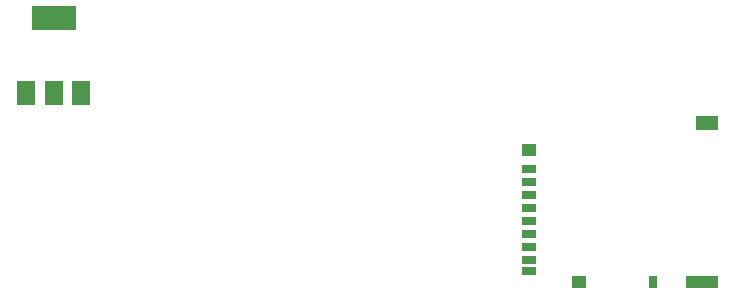
<source format=gbr>
%TF.GenerationSoftware,KiCad,Pcbnew,(6.0.7)*%
%TF.CreationDate,2022-08-05T18:39:18+02:00*%
%TF.ProjectId,SD_interrupter,53445f69-6e74-4657-9272-75707465722e,rev?*%
%TF.SameCoordinates,Original*%
%TF.FileFunction,Paste,Top*%
%TF.FilePolarity,Positive*%
%FSLAX46Y46*%
G04 Gerber Fmt 4.6, Leading zero omitted, Abs format (unit mm)*
G04 Created by KiCad (PCBNEW (6.0.7)) date 2022-08-05 18:39:18*
%MOMM*%
%LPD*%
G01*
G04 APERTURE LIST*
%ADD10R,1.500000X2.000000*%
%ADD11R,3.800000X2.000000*%
%ADD12R,1.200000X0.700000*%
%ADD13R,0.800000X1.000000*%
%ADD14R,1.900000X1.300000*%
%ADD15R,2.800000X1.000000*%
%ADD16R,1.200000X1.000000*%
G04 APERTURE END LIST*
D10*
%TO.C,U3*%
X45706000Y-62586000D03*
X48006000Y-62586000D03*
D11*
X48006000Y-56286000D03*
D10*
X50306000Y-62586000D03*
%TD*%
D12*
%TO.C,J1*%
X88235000Y-69010000D03*
X88235000Y-70110000D03*
X88235000Y-71210000D03*
X88235000Y-72310000D03*
X88235000Y-73410000D03*
X88235000Y-74510000D03*
X88235000Y-75610000D03*
X88235000Y-76710000D03*
X88235000Y-77660000D03*
D13*
X98735000Y-78610000D03*
D14*
X103335000Y-65110000D03*
D15*
X102885000Y-78610000D03*
D16*
X92535000Y-78610000D03*
X88235000Y-67460000D03*
%TD*%
M02*

</source>
